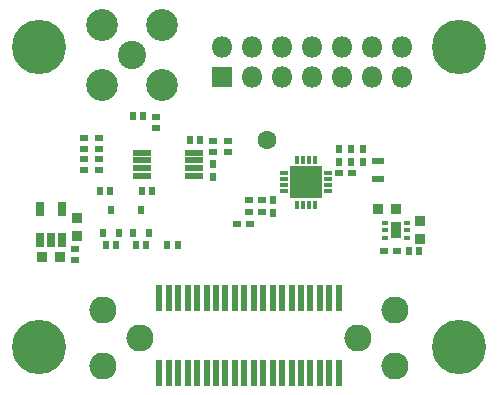
<source format=gts>
G04 #@! TF.FileFunction,Soldermask,Top*
%FSLAX46Y46*%
G04 Gerber Fmt 4.6, Leading zero omitted, Abs format (unit mm)*
G04 Created by KiCad (PCBNEW 4.0.7) date 06/05/18 19:10:08*
%MOMM*%
%LPD*%
G01*
G04 APERTURE LIST*
%ADD10C,0.100000*%
%ADD11R,0.500000X2.200000*%
%ADD12O,2.300000X2.300000*%
%ADD13R,0.500000X0.700000*%
%ADD14R,0.700000X0.500000*%
%ADD15R,0.550000X0.800000*%
%ADD16R,0.700000X0.600000*%
%ADD17R,0.600000X0.700000*%
%ADD18R,0.850000X0.900000*%
%ADD19R,0.900000X0.850000*%
%ADD20R,1.800000X1.800000*%
%ADD21O,1.800000X1.800000*%
%ADD22C,2.700000*%
%ADD23C,2.400000*%
%ADD24R,1.000000X0.600000*%
%ADD25C,4.600000*%
%ADD26C,1.600000*%
%ADD27R,0.350000X0.700000*%
%ADD28R,0.700000X0.350000*%
%ADD29R,2.700000X2.700000*%
%ADD30R,1.550000X0.550000*%
%ADD31R,0.500000X0.360000*%
%ADD32R,0.900000X1.400000*%
%ADD33R,0.700000X1.200000*%
G04 APERTURE END LIST*
D10*
D11*
X150388000Y-113390000D03*
D12*
X148788000Y-110490000D03*
X167188000Y-110490000D03*
X170313000Y-108115000D03*
X170313000Y-112865000D03*
X145663000Y-112865000D03*
X145663000Y-108115000D03*
D11*
X165588000Y-107065000D03*
X164788000Y-107090000D03*
X163988000Y-107090000D03*
X163188000Y-107090000D03*
X162388000Y-107090000D03*
X161588000Y-107090000D03*
X160788000Y-107090000D03*
X159988000Y-107090000D03*
X159188000Y-107090000D03*
X158388000Y-107090000D03*
X157588000Y-107090000D03*
X156788000Y-107090000D03*
X155988000Y-107090000D03*
X155188000Y-107090000D03*
X154388000Y-107090000D03*
X153588000Y-107090000D03*
X152788000Y-107090000D03*
X151988000Y-107090000D03*
X151188000Y-107090000D03*
X150388000Y-107090000D03*
X151188000Y-113390000D03*
X151988000Y-113390000D03*
X152788000Y-113390000D03*
X153588000Y-113390000D03*
X154388000Y-113390000D03*
X155188000Y-113390000D03*
X155988000Y-113390000D03*
X156788000Y-113390000D03*
X157588000Y-113390000D03*
X158388000Y-113390000D03*
X159188000Y-113390000D03*
X159988000Y-113390000D03*
X160788000Y-113390000D03*
X161588000Y-113390000D03*
X162388000Y-113390000D03*
X163188000Y-113390000D03*
X163988000Y-113390000D03*
X164788000Y-113390000D03*
X165588000Y-113390000D03*
D13*
X151050000Y-102600000D03*
X151950000Y-102600000D03*
D14*
X144018000Y-95308000D03*
X144018000Y-96208000D03*
D15*
X148194000Y-101584000D03*
X149494000Y-101584000D03*
X148844000Y-99584000D03*
D16*
X165566000Y-96520000D03*
X166666000Y-96520000D03*
D17*
X165608000Y-95546000D03*
X165608000Y-94446000D03*
X166624000Y-95546000D03*
X166624000Y-94446000D03*
X167640000Y-95546000D03*
X167640000Y-94446000D03*
X160020000Y-98764000D03*
X160020000Y-99864000D03*
D16*
X159046000Y-98806000D03*
X157946000Y-98806000D03*
X158030000Y-100838000D03*
X156930000Y-100838000D03*
X159046000Y-99822000D03*
X157946000Y-99822000D03*
D17*
X154940000Y-95716000D03*
X154940000Y-96816000D03*
D18*
X172466000Y-102096000D03*
X172466000Y-100596000D03*
D19*
X170422000Y-99568000D03*
X168922000Y-99568000D03*
D16*
X169376000Y-103124000D03*
X170476000Y-103124000D03*
D19*
X141974000Y-103632000D03*
X140474000Y-103632000D03*
D18*
X143383000Y-101842000D03*
X143383000Y-100342000D03*
D20*
X155702000Y-88392000D03*
D21*
X155702000Y-85852000D03*
X158242000Y-88392000D03*
X158242000Y-85852000D03*
X160782000Y-88392000D03*
X160782000Y-85852000D03*
X163322000Y-88392000D03*
X163322000Y-85852000D03*
X165862000Y-88392000D03*
X165862000Y-85852000D03*
X168402000Y-88392000D03*
X168402000Y-85852000D03*
X170942000Y-88392000D03*
X170942000Y-85852000D03*
D22*
X145542000Y-89027000D03*
X150622000Y-89027000D03*
X150622000Y-83947000D03*
D23*
X148082000Y-86487000D03*
D22*
X145542000Y-83947000D03*
D24*
X168910000Y-97016000D03*
X168910000Y-95516000D03*
D25*
X140208000Y-85852000D03*
X175768000Y-85852000D03*
X140208000Y-111252000D03*
X175768000Y-111252000D03*
D15*
X145654000Y-101584000D03*
X146954000Y-101584000D03*
X146304000Y-99584000D03*
D14*
X150114000Y-92652000D03*
X150114000Y-91752000D03*
D13*
X149040000Y-91694000D03*
X148140000Y-91694000D03*
X145854000Y-102616000D03*
X146754000Y-102616000D03*
X148394000Y-102616000D03*
X149294000Y-102616000D03*
X145346000Y-98044000D03*
X146246000Y-98044000D03*
X149802000Y-98044000D03*
X148902000Y-98044000D03*
D14*
X154940000Y-94684000D03*
X154940000Y-93784000D03*
D13*
X153866000Y-93726000D03*
X152966000Y-93726000D03*
D14*
X156210000Y-93784000D03*
X156210000Y-94684000D03*
X145288000Y-93530000D03*
X145288000Y-94430000D03*
X145288000Y-96208000D03*
X145288000Y-95308000D03*
X144018000Y-94430000D03*
X144018000Y-93530000D03*
D13*
X171508000Y-103124000D03*
X172408000Y-103124000D03*
D14*
X143256000Y-102928000D03*
X143256000Y-103828000D03*
D26*
X159512000Y-93726000D03*
D27*
X162064000Y-99182000D03*
X163564000Y-95382000D03*
D28*
X164714000Y-96532000D03*
X160914000Y-97032000D03*
X160914000Y-97532000D03*
X164714000Y-98032000D03*
X164714000Y-97532000D03*
X160914000Y-98032000D03*
X164714000Y-97032000D03*
X160914000Y-96532000D03*
D27*
X163064000Y-95382000D03*
X162564000Y-95382000D03*
X162064000Y-95382000D03*
X162564000Y-99182000D03*
X163064000Y-99182000D03*
X163564000Y-99182000D03*
D29*
X162814000Y-97282000D03*
D30*
X153330000Y-96733000D03*
X153330000Y-96083000D03*
X153330000Y-95433000D03*
X153330000Y-94783000D03*
X148930000Y-96733000D03*
X148930000Y-96083000D03*
X148930000Y-95433000D03*
X148930000Y-94783000D03*
D31*
X169534000Y-100696000D03*
X169534000Y-101346000D03*
X169534000Y-101996000D03*
X171334000Y-100696000D03*
X171334000Y-101346000D03*
X171334000Y-101996000D03*
D32*
X170434000Y-101346000D03*
D33*
X140274000Y-99538000D03*
X142174000Y-99538000D03*
X142174000Y-102138000D03*
X141224000Y-102138000D03*
X140274000Y-102138000D03*
M02*

</source>
